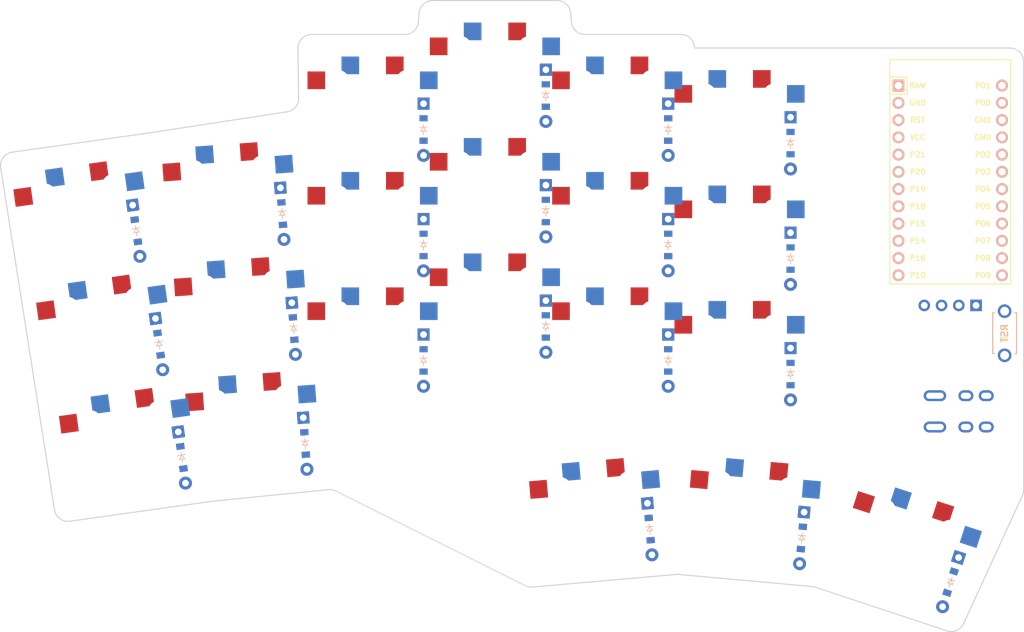
<source format=kicad_pcb>
(kicad_pcb (version 20240108) (generator "ergogen") (generator_version "4.1.0")
  (title_block (title "scorn") (date "2024-09-23") (rev "v1.0.0") (company "fubarphill"))
  (layers (0 "F.Cu" signal) (31 "B.Cu" signal) (34 "B.Paste" user) (35 "F.Paste" user) (36 "B.SilkS" user "B.Silkscreen") (37 "F.SilkS" user "F.Silkscreen") (38 "B.Mask" user) (39 "F.Mask" user) (44 "Edge.Cuts" user))
  (net 0 "")
  (net 1 "outer_bottom")
  (net 2 "outer_home")
  (net 3 "outer_top")
  (net 4 "pinky_bottom")
  (net 5 "pinky_home")
  (net 6 "pinky_top")
  (net 7 "ring_bottom")
  (net 8 "ring_home")
  (net 9 "ring_top")
  (net 10 "middle_bottom")
  (net 11 "middle_home")
  (net 12 "middle_top")
  (net 13 "index_bottom")
  (net 14 "index_home")
  (net 15 "index_top")
  (net 16 "inner_bottom")
  (net 17 "inner_home")
  (net 18 "inner_top")
  (net 19 "inner_cluster")
  (net 20 "mid_cluster")
  (net 21 "outer_cluster")
  (net 22 "RAW")
  (net 23 "GND")
  (net 24 "RST")
  (net 25 "VCC")
  (net 26 "P21")
  (net 27 "P20")
  (net 28 "P19")
  (net 29 "P18")
  (net 30 "P15")
  (net 31 "P14")
  (net 32 "P16")
  (net 33 "P10")
  (net 34 "P1")
  (net 35 "P0")
  (net 36 "P2")
  (net 37 "P3")
  (net 38 "P4")
  (net 39 "P5")
  (net 40 "P6")
  (net 41 "P7")
  (net 42 "P8")
  (net 43 "P9")
  (net 44 "R1")
  (module PG1350 (layer F.Cu) (at 149.0097319 150.1391731 8)
    (fp_text reference "S1" hide)
    (fp_text value "" hide)
    (pad "" np_thru_hole circle (at 0 0) (size 3.429 3.429) (drill 3.429) (layers *.Cu *.Mask))
    (pad "" np_thru_hole circle (at 5.5 0) (size 1.7018 1.7018) (drill 1.7018) (layers *.Cu *.Mask))
    (pad "" np_thru_hole circle (at -5.5 0) (size 1.7018 1.7018) (drill 1.7018) (layers *.Cu *.Mask))
    (pad "" np_thru_hole circle (at 5 -3.75) (size 3 3) (drill 3) (layers *.Cu *.Mask))
    (pad "" np_thru_hole circle (at 0 -5.95) (size 3 3) (drill 3) (layers *.Cu *.Mask))
    (pad 1 smd rect (at -3.275 -5.95 8) (size 2.6 2.6) (layers B.Cu B.Paste B.Mask) (net 0 ""))
    (pad 2 smd rect (at 8.275 -3.75 8) (size 2.6 2.6) (layers B.Cu B.Paste B.Mask) (net 1 "outer_bottom"))
    (pad "" np_thru_hole circle (at -5 -3.75) (size 3 3) (drill 3) (layers *.Cu *.Mask))
    (pad "" np_thru_hole circle (at 0 -5.95) (size 3 3) (drill 3) (layers *.Cu *.Mask))
    (pad 1 smd rect (at 3.275 -5.95 8) (size 2.6 2.6) (layers F.Cu F.Paste F.Mask) (net 0 ""))
    (pad 2 smd rect (at -8.275 -3.75 8) (size 2.6 2.6) (layers F.Cu F.Paste F.Mask) (net 1 "outer_bottom"))
  )
  (module PG1350 (layer F.Cu) (at 145.65352109999998 133.44378899999998 8)
    (fp_text reference "S2" hide)
    (fp_text value "" hide)
    (pad "" np_thru_hole circle (at 0 0) (size 3.429 3.429) (drill 3.429) (layers *.Cu *.Mask))
    (pad "" np_thru_hole circle (at 5.5 0) (size 1.7018 1.7018) (drill 1.7018) (layers *.Cu *.Mask))
    (pad "" np_thru_hole circle (at -5.5 0) (size 1.7018 1.7018) (drill 1.7018) (layers *.Cu *.Mask))
    (pad "" np_thru_hole circle (at 5 -3.75) (size 3 3) (drill 3) (layers *.Cu *.Mask))
    (pad "" np_thru_hole circle (at 0 -5.95) (size 3 3) (drill 3) (layers *.Cu *.Mask))
    (pad 1 smd rect (at -3.275 -5.95 8) (size 2.6 2.6) (layers B.Cu B.Paste B.Mask) (net 0 ""))
    (pad 2 smd rect (at 8.275 -3.75 8) (size 2.6 2.6) (layers B.Cu B.Paste B.Mask) (net 2 "outer_home"))
    (pad "" np_thru_hole circle (at -5 -3.75) (size 3 3) (drill 3) (layers *.Cu *.Mask))
    (pad "" np_thru_hole circle (at 0 -5.95) (size 3 3) (drill 3) (layers *.Cu *.Mask))
    (pad 1 smd rect (at 3.275 -5.95 8) (size 2.6 2.6) (layers F.Cu F.Paste F.Mask) (net 0 ""))
    (pad 2 smd rect (at -8.275 -3.75 8) (size 2.6 2.6) (layers F.Cu F.Paste F.Mask) (net 2 "outer_home"))
  )
  (module PG1350 (layer F.Cu) (at 142.29731029999996 116.74840489999997 8)
    (fp_text reference "S3" hide)
    (fp_text value "" hide)
    (pad "" np_thru_hole circle (at 0 0) (size 3.429 3.429) (drill 3.429) (layers *.Cu *.Mask))
    (pad "" np_thru_hole circle (at 5.5 0) (size 1.7018 1.7018) (drill 1.7018) (layers *.Cu *.Mask))
    (pad "" np_thru_hole circle (at -5.5 0) (size 1.7018 1.7018) (drill 1.7018) (layers *.Cu *.Mask))
    (pad "" np_thru_hole circle (at 5 -3.75) (size 3 3) (drill 3) (layers *.Cu *.Mask))
    (pad "" np_thru_hole circle (at 0 -5.95) (size 3 3) (drill 3) (layers *.Cu *.Mask))
    (pad 1 smd rect (at -3.275 -5.95 8) (size 2.6 2.6) (layers B.Cu B.Paste B.Mask) (net 0 ""))
    (pad 2 smd rect (at 8.275 -3.75 8) (size 2.6 2.6) (layers B.Cu B.Paste B.Mask) (net 3 "outer_top"))
    (pad "" np_thru_hole circle (at -5 -3.75) (size 3 3) (drill 3) (layers *.Cu *.Mask))
    (pad "" np_thru_hole circle (at 0 -5.95) (size 3 3) (drill 3) (layers *.Cu *.Mask))
    (pad 1 smd rect (at 3.275 -5.95 8) (size 2.6 2.6) (layers F.Cu F.Paste F.Mask) (net 0 ""))
    (pad 2 smd rect (at -8.275 -3.75 8) (size 2.6 2.6) (layers F.Cu F.Paste F.Mask) (net 3 "outer_top"))
  )
  (module PG1350 (layer F.Cu) (at 167.3260432 147.5297624 4)
    (fp_text reference "S4" hide)
    (fp_text value "" hide)
    (pad "" np_thru_hole circle (at 0 0) (size 3.429 3.429) (drill 3.429) (layers *.Cu *.Mask))
    (pad "" np_thru_hole circle (at 5.5 0) (size 1.7018 1.7018) (drill 1.7018) (layers *.Cu *.Mask))
    (pad "" np_thru_hole circle (at -5.5 0) (size 1.7018 1.7018) (drill 1.7018) (layers *.Cu *.Mask))
    (pad "" np_thru_hole circle (at 5 -3.75) (size 3 3) (drill 3) (layers *.Cu *.Mask))
    (pad "" np_thru_hole circle (at 0 -5.95) (size 3 3) (drill 3) (layers *.Cu *.Mask))
    (pad 1 smd rect (at -3.275 -5.95 4) (size 2.6 2.6) (layers B.Cu B.Paste B.Mask) (net 0 ""))
    (pad 2 smd rect (at 8.275 -3.75 4) (size 2.6 2.6) (layers B.Cu B.Paste B.Mask) (net 4 "pinky_bottom"))
    (pad "" np_thru_hole circle (at -5 -3.75) (size 3 3) (drill 3) (layers *.Cu *.Mask))
    (pad "" np_thru_hole circle (at 0 -5.95) (size 3 3) (drill 3) (layers *.Cu *.Mask))
    (pad 1 smd rect (at 3.275 -5.95 4) (size 2.6 2.6) (layers F.Cu F.Paste F.Mask) (net 0 ""))
    (pad 2 smd rect (at -8.275 -3.75 4) (size 2.6 2.6) (layers F.Cu F.Paste F.Mask) (net 4 "pinky_bottom"))
  )
  (module PG1350 (layer F.Cu) (at 165.64140109999997 130.60605170000002 4)
    (fp_text reference "S5" hide)
    (fp_text value "" hide)
    (pad "" np_thru_hole circle (at 0 0) (size 3.429 3.429) (drill 3.429) (layers *.Cu *.Mask))
    (pad "" np_thru_hole circle (at 5.5 0) (size 1.7018 1.7018) (drill 1.7018) (layers *.Cu *.Mask))
    (pad "" np_thru_hole circle (at -5.5 0) (size 1.7018 1.7018) (drill 1.7018) (layers *.Cu *.Mask))
    (pad "" np_thru_hole circle (at 5 -3.75) (size 3 3) (drill 3) (layers *.Cu *.Mask))
    (pad "" np_thru_hole circle (at 0 -5.95) (size 3 3) (drill 3) (layers *.Cu *.Mask))
    (pad 1 smd rect (at -3.275 -5.95 4) (size 2.6 2.6) (layers B.Cu B.Paste B.Mask) (net 0 ""))
    (pad 2 smd rect (at 8.275 -3.75 4) (size 2.6 2.6) (layers B.Cu B.Paste B.Mask) (net 5 "pinky_home"))
    (pad "" np_thru_hole circle (at -5 -3.75) (size 3 3) (drill 3) (layers *.Cu *.Mask))
    (pad "" np_thru_hole circle (at 0 -5.95) (size 3 3) (drill 3) (layers *.Cu *.Mask))
    (pad 1 smd rect (at 3.275 -5.95 4) (size 2.6 2.6) (layers F.Cu F.Paste F.Mask) (net 0 ""))
    (pad 2 smd rect (at -8.275 -3.75 4) (size 2.6 2.6) (layers F.Cu F.Paste F.Mask) (net 5 "pinky_home"))
  )
  (module PG1350 (layer F.Cu) (at 163.95675899999995 113.68234100000002 4)
    (fp_text reference "S6" hide)
    (fp_text value "" hide)
    (pad "" np_thru_hole circle (at 0 0) (size 3.429 3.429) (drill 3.429) (layers *.Cu *.Mask))
    (pad "" np_thru_hole circle (at 5.5 0) (size 1.7018 1.7018) (drill 1.7018) (layers *.Cu *.Mask))
    (pad "" np_thru_hole circle (at -5.5 0) (size 1.7018 1.7018) (drill 1.7018) (layers *.Cu *.Mask))
    (pad "" np_thru_hole circle (at 5 -3.75) (size 3 3) (drill 3) (layers *.Cu *.Mask))
    (pad "" np_thru_hole circle (at 0 -5.95) (size 3 3) (drill 3) (layers *.Cu *.Mask))
    (pad 1 smd rect (at -3.275 -5.95 4) (size 2.6 2.6) (layers B.Cu B.Paste B.Mask) (net 0 ""))
    (pad 2 smd rect (at 8.275 -3.75 4) (size 2.6 2.6) (layers B.Cu B.Paste B.Mask) (net 6 "pinky_top"))
    (pad "" np_thru_hole circle (at -5 -3.75) (size 3 3) (drill 3) (layers *.Cu *.Mask))
    (pad "" np_thru_hole circle (at 0 -5.95) (size 3 3) (drill 3) (layers *.Cu *.Mask))
    (pad 1 smd rect (at 3.275 -5.95 4) (size 2.6 2.6) (layers F.Cu F.Paste F.Mask) (net 0 ""))
    (pad 2 smd rect (at -8.275 -3.75 4) (size 2.6 2.6) (layers F.Cu F.Paste F.Mask) (net 6 "pinky_top"))
  )
  (module PG1350 (layer F.Cu) (at 184.9787787 134.7672811 0)
    (fp_text reference "S7" hide)
    (fp_text value "" hide)
    (pad "" np_thru_hole circle (at 0 0) (size 3.429 3.429) (drill 3.429) (layers *.Cu *.Mask))
    (pad "" np_thru_hole circle (at 5.5 0) (size 1.7018 1.7018) (drill 1.7018) (layers *.Cu *.Mask))
    (pad "" np_thru_hole circle (at -5.5 0) (size 1.7018 1.7018) (drill 1.7018) (layers *.Cu *.Mask))
    (pad "" np_thru_hole circle (at 5 -3.75) (size 3 3) (drill 3) (layers *.Cu *.Mask))
    (pad "" np_thru_hole circle (at 0 -5.95) (size 3 3) (drill 3) (layers *.Cu *.Mask))
    (pad 1 smd rect (at -3.275 -5.95 0) (size 2.6 2.6) (layers B.Cu B.Paste B.Mask) (net 0 ""))
    (pad 2 smd rect (at 8.275 -3.75 0) (size 2.6 2.6) (layers B.Cu B.Paste B.Mask) (net 7 "ring_bottom"))
    (pad "" np_thru_hole circle (at -5 -3.75) (size 3 3) (drill 3) (layers *.Cu *.Mask))
    (pad "" np_thru_hole circle (at 0 -5.95) (size 3 3) (drill 3) (layers *.Cu *.Mask))
    (pad 1 smd rect (at 3.275 -5.95 0) (size 2.6 2.6) (layers F.Cu F.Paste F.Mask) (net 0 ""))
    (pad 2 smd rect (at -8.275 -3.75 0) (size 2.6 2.6) (layers F.Cu F.Paste F.Mask) (net 7 "ring_bottom"))
  )
  (module PG1350 (layer F.Cu) (at 184.9787787 117.76728109999999 0)
    (fp_text reference "S8" hide)
    (fp_text value "" hide)
    (pad "" np_thru_hole circle (at 0 0) (size 3.429 3.429) (drill 3.429) (layers *.Cu *.Mask))
    (pad "" np_thru_hole circle (at 5.5 0) (size 1.7018 1.7018) (drill 1.7018) (layers *.Cu *.Mask))
    (pad "" np_thru_hole circle (at -5.5 0) (size 1.7018 1.7018) (drill 1.7018) (layers *.Cu *.Mask))
    (pad "" np_thru_hole circle (at 5 -3.75) (size 3 3) (drill 3) (layers *.Cu *.Mask))
    (pad "" np_thru_hole circle (at 0 -5.95) (size 3 3) (drill 3) (layers *.Cu *.Mask))
    (pad 1 smd rect (at -3.275 -5.95 0) (size 2.6 2.6) (layers B.Cu B.Paste B.Mask) (net 0 ""))
    (pad 2 smd rect (at 8.275 -3.75 0) (size 2.6 2.6) (layers B.Cu B.Paste B.Mask) (net 8 "ring_home"))
    (pad "" np_thru_hole circle (at -5 -3.75) (size 3 3) (drill 3) (layers *.Cu *.Mask))
    (pad "" np_thru_hole circle (at 0 -5.95) (size 3 3) (drill 3) (layers *.Cu *.Mask))
    (pad 1 smd rect (at 3.275 -5.95 0) (size 2.6 2.6) (layers F.Cu F.Paste F.Mask) (net 0 ""))
    (pad 2 smd rect (at -8.275 -3.75 0) (size 2.6 2.6) (layers F.Cu F.Paste F.Mask) (net 8 "ring_home"))
  )
  (module PG1350 (layer F.Cu) (at 184.9787787 100.76728109999999 0)
    (fp_text reference "S9" hide)
    (fp_text value "" hide)
    (pad "" np_thru_hole circle (at 0 0) (size 3.429 3.429) (drill 3.429) (layers *.Cu *.Mask))
    (pad "" np_thru_hole circle (at 5.5 0) (size 1.7018 1.7018) (drill 1.7018) (layers *.Cu *.Mask))
    (pad "" np_thru_hole circle (at -5.5 0) (size 1.7018 1.7018) (drill 1.7018) (layers *.Cu *.Mask))
    (pad "" np_thru_hole circle (at 5 -3.75) (size 3 3) (drill 3) (layers *.Cu *.Mask))
    (pad "" np_thru_hole circle (at 0 -5.95) (size 3 3) (drill 3) (layers *.Cu *.Mask))
    (pad 1 smd rect (at -3.275 -5.95 0) (size 2.6 2.6) (layers B.Cu B.Paste B.Mask) (net 0 ""))
    (pad 2 smd rect (at 8.275 -3.75 0) (size 2.6 2.6) (layers B.Cu B.Paste B.Mask) (net 9 "ring_top"))
    (pad "" np_thru_hole circle (at -5 -3.75) (size 3 3) (drill 3) (layers *.Cu *.Mask))
    (pad "" np_thru_hole circle (at 0 -5.95) (size 3 3) (drill 3) (layers *.Cu *.Mask))
    (pad 1 smd rect (at 3.275 -5.95 0) (size 2.6 2.6) (layers F.Cu F.Paste F.Mask) (net 0 ""))
    (pad 2 smd rect (at -8.275 -3.75 0) (size 2.6 2.6) (layers F.Cu F.Paste F.Mask) (net 9 "ring_top"))
  )
  (module PG1350 (layer F.Cu) (at 202.9787787 129.7672811 0)
    (fp_text reference "S10" hide)
    (fp_text value "" hide)
    (pad "" np_thru_hole circle (at 0 0) (size 3.429 3.429) (drill 3.429) (layers *.Cu *.Mask))
    (pad "" np_thru_hole circle (at 5.5 0) (size 1.7018 1.7018) (drill 1.7018) (layers *.Cu *.Mask))
    (pad "" np_thru_hole circle (at -5.5 0) (size 1.7018 1.7018) (drill 1.7018) (layers *.Cu *.Mask))
    (pad "" np_thru_hole circle (at 5 -3.75) (size 3 3) (drill 3) (layers *.Cu *.Mask))
    (pad "" np_thru_hole circle (at 0 -5.95) (size 3 3) (drill 3) (layers *.Cu *.Mask))
    (pad 1 smd rect (at -3.275 -5.95 0) (size 2.6 2.6) (layers B.Cu B.Paste B.Mask) (net 0 ""))
    (pad 2 smd rect (at 8.275 -3.75 0) (size 2.6 2.6) (layers B.Cu B.Paste B.Mask) (net 10 "middle_bottom"))
    (pad "" np_thru_hole circle (at -5 -3.75) (size 3 3) (drill 3) (layers *.Cu *.Mask))
    (pad "" np_thru_hole circle (at 0 -5.95) (size 3 3) (drill 3) (layers *.Cu *.Mask))
    (pad 1 smd rect (at 3.275 -5.95 0) (size 2.6 2.6) (layers F.Cu F.Paste F.Mask) (net 0 ""))
    (pad 2 smd rect (at -8.275 -3.75 0) (size 2.6 2.6) (layers F.Cu F.Paste F.Mask) (net 10 "middle_bottom"))
  )
  (module PG1350 (layer F.Cu) (at 202.9787787 112.76728109999999 0)
    (fp_text reference "S11" hide)
    (fp_text value "" hide)
    (pad "" np_thru_hole circle (at 0 0) (size 3.429 3.429) (drill 3.429) (layers *.Cu *.Mask))
    (pad "" np_thru_hole circle (at 5.5 0) (size 1.7018 1.7018) (drill 1.7018) (layers *.Cu *.Mask))
    (pad "" np_thru_hole circle (at -5.5 0) (size 1.7018 1.7018) (drill 1.7018) (layers *.Cu *.Mask))
    (pad "" np_thru_hole circle (at 5 -3.75) (size 3 3) (drill 3) (layers *.Cu *.Mask))
    (pad "" np_thru_hole circle (at 0 -5.95) (size 3 3) (drill 3) (layers *.Cu *.Mask))
    (pad 1 smd rect (at -3.275 -5.95 0) (size 2.6 2.6) (layers B.Cu B.Paste B.Mask) (net 0 ""))
    (pad 2 smd rect (at 8.275 -3.75 0) (size 2.6 2.6) (layers B.Cu B.Paste B.Mask) (net 11 "middle_home"))
    (pad "" np_thru_hole circle (at -5 -3.75) (size 3 3) (drill 3) (layers *.Cu *.Mask))
    (pad "" np_thru_hole circle (at 0 -5.95) (size 3 3) (drill 3) (layers *.Cu *.Mask))
    (pad 1 smd rect (at 3.275 -5.95 0) (size 2.6 2.6) (layers F.Cu F.Paste F.Mask) (net 0 ""))
    (pad 2 smd rect (at -8.275 -3.75 0) (size 2.6 2.6) (layers F.Cu F.Paste F.Mask) (net 11 "middle_home"))
  )
  (module PG1350 (layer F.Cu) (at 202.9787787 95.76728109999999 0)
    (fp_text reference "S12" hide)
    (fp_text value "" hide)
    (pad "" np_thru_hole circle (at 0 0) (size 3.429 3.429) (drill 3.429) (layers *.Cu *.Mask))
    (pad "" np_thru_hole circle (at 5.5 0) (size 1.7018 1.7018) (drill 1.7018) (layers *.Cu *.Mask))
    (pad "" np_thru_hole circle (at -5.5 0) (size 1.7018 1.7018) (drill 1.7018) (layers *.Cu *.Mask))
    (pad "" np_thru_hole circle (at 5 -3.75) (size 3 3) (drill 3) (layers *.Cu *.Mask))
    (pad "" np_thru_hole circle (at 0 -5.95) (size 3 3) (drill 3) (layers *.Cu *.Mask))
    (pad 1 smd rect (at -3.275 -5.95 0) (size 2.6 2.6) (layers B.Cu B.Paste B.Mask) (net 0 ""))
    (pad 2 smd rect (at 8.275 -3.75 0) (size 2.6 2.6) (layers B.Cu B.Paste B.Mask) (net 12 "middle_top"))
    (pad "" np_thru_hole circle (at -5 -3.75) (size 3 3) (drill 3) (layers *.Cu *.Mask))
    (pad "" np_thru_hole circle (at 0 -5.95) (size 3 3) (drill 3) (layers *.Cu *.Mask))
    (pad 1 smd rect (at 3.275 -5.95 0) (size 2.6 2.6) (layers F.Cu F.Paste F.Mask) (net 0 ""))
    (pad 2 smd rect (at -8.275 -3.75 0) (size 2.6 2.6) (layers F.Cu F.Paste F.Mask) (net 12 "middle_top"))
  )
  (module PG1350 (layer F.Cu) (at 220.9787787 134.7672811 0)
    (fp_text reference "S13" hide)
    (fp_text value "" hide)
    (pad "" np_thru_hole circle (at 0 0) (size 3.429 3.429) (drill 3.429) (layers *.Cu *.Mask))
    (pad "" np_thru_hole circle (at 5.5 0) (size 1.7018 1.7018) (drill 1.7018) (layers *.Cu *.Mask))
    (pad "" np_thru_hole circle (at -5.5 0) (size 1.7018 1.7018) (drill 1.7018) (layers *.Cu *.Mask))
    (pad "" np_thru_hole circle (at 5 -3.75) (size 3 3) (drill 3) (layers *.Cu *.Mask))
    (pad "" np_thru_hole circle (at 0 -5.95) (size 3 3) (drill 3) (layers *.Cu *.Mask))
    (pad 1 smd rect (at -3.275 -5.95 0) (size 2.6 2.6) (layers B.Cu B.Paste B.Mask) (net 0 ""))
    (pad 2 smd rect (at 8.275 -3.75 0) (size 2.6 2.6) (layers B.Cu B.Paste B.Mask) (net 13 "index_bottom"))
    (pad "" np_thru_hole circle (at -5 -3.75) (size 3 3) (drill 3) (layers *.Cu *.Mask))
    (pad "" np_thru_hole circle (at 0 -5.95) (size 3 3) (drill 3) (layers *.Cu *.Mask))
    (pad 1 smd rect (at 3.275 -5.95 0) (size 2.6 2.6) (layers F.Cu F.Paste F.Mask) (net 0 ""))
    (pad 2 smd rect (at -8.275 -3.75 0) (size 2.6 2.6) (layers F.Cu F.Paste F.Mask) (net 13 "index_bottom"))
  )
  (module PG1350 (layer F.Cu) (at 220.9787787 117.76728109999999 0)
    (fp_text reference "S14" hide)
    (fp_text value "" hide)
    (pad "" np_thru_hole circle (at 0 0) (size 3.429 3.429) (drill 3.429) (layers *.Cu *.Mask))
    (pad "" np_thru_hole circle (at 5.5 0) (size 1.7018 1.7018) (drill 1.7018) (layers *.Cu *.Mask))
    (pad "" np_thru_hole circle (at -5.5 0) (size 1.7018 1.7018) (drill 1.7018) (layers *.Cu *.Mask))
    (pad "" np_thru_hole circle (at 5 -3.75) (size 3 3) (drill 3) (layers *.Cu *.Mask))
    (pad "" np_thru_hole circle (at 0 -5.95) (size 3 3) (drill 3) (layers *.Cu *.Mask))
    (pad 1 smd rect (at -3.275 -5.95 0) (size 2.6 2.6) (layers B.Cu B.Paste B.Mask) (net 0 ""))
    (pad 2 smd rect (at 8.275 -3.75 0) (size 2.6 2.6) (layers B.Cu B.Paste B.Mask) (net 14 "index_home"))
    (pad "" np_thru_hole circle (at -5 -3.75) (size 3 3) (drill 3) (layers *.Cu *.Mask))
    (pad "" np_thru_hole circle (at 0 -5.95) (size 3 3) (drill 3) (layers *.Cu *.Mask))
    (pad 1 smd rect (at 3.275 -5.95 0) (size 2.6 2.6) (layers F.Cu F.Paste F.Mask) (net 0 ""))
    (pad 2 smd rect (at -8.275 -3.75 0) (size 2.6 2.6) (layers F.Cu F.Paste F.Mask) (net 14 "index_home"))
  )
  (module PG1350 (layer F.Cu) (at 220.9787787 100.76728109999999 0)
    (fp_text reference "S15" hide)
    (fp_text value "" hide)
    (pad "" np_thru_hole circle (at 0 0) (size 3.429 3.429) (drill 3.429) (layers *.Cu *.Mask))
    (pad "" np_thru_hole circle (at 5.5 0) (size 1.7018 1.7018) (drill 1.7018) (layers *.Cu *.Mask))
    (pad "" np_thru_hole circle (at -5.5 0) (size 1.7018 1.7018) (drill 1.7018) (layers *.Cu *.Mask))
    (pad "" np_thru_hole circle (at 5 -3.75) (size 3 3) (drill 3) (layers *.Cu *.Mask))
    (pad "" np_thru_hole circle (at 0 -5.95) (size 3 3) (drill 3) (layers *.Cu *.Mask))
    (pad 1 smd rect (at -3.275 -5.95 0) (size 2.6 2.6) (layers B.Cu B.Paste B.Mask) (net 0 ""))
    (pad 2 smd rect (at 8.275 -3.75 0) (size 2.6 2.6) (layers B.Cu B.Paste B.Mask) (net 15 "index_top"))
    (pad "" np_thru_hole circle (at -5 -3.75) (size 3 3) (drill 3) (layers *.Cu *.Mask))
    (pad "" np_thru_hole circle (at 0 -5.95) (size 3 3) (drill 3) (layers *.Cu *.Mask))
    (pad 1 smd rect (at 3.275 -5.95 0) (size 2.6 2.6) (layers F.Cu F.Paste F.Mask) (net 0 ""))
    (pad 2 smd rect (at -8.275 -3.75 0) (size 2.6 2.6) (layers F.Cu F.Paste F.Mask) (net 15 "index_top"))
  )
  (module PG1350 (layer F.Cu) (at 238.9787786 136.7672811 0)
    (fp_text reference "S16" hide)
    (fp_text value "" hide)
    (pad "" np_thru_hole circle (at 0 0) (size 3.429 3.429) (drill 3.429) (layers *.Cu *.Mask))
    (pad "" np_thru_hole circle (at 5.5 0) (size 1.7018 1.7018) (drill 1.7018) (layers *.Cu *.Mask))
    (pad "" np_thru_hole circle (at -5.5 0) (size 1.7018 1.7018) (drill 1.7018) (layers *.Cu *.Mask))
    (pad "" np_thru_hole circle (at 5 -3.75) (size 3 3) (drill 3) (layers *.Cu *.Mask))
    (pad "" np_thru_hole circle (at 0 -5.95) (size 3 3) (drill 3) (layers *.Cu *.Mask))
    (pad 1 smd rect (at -3.275 -5.95 0) (size 2.6 2.6) (layers B.Cu B.Paste B.Mask) (net 0 ""))
    (pad 2 smd rect (at 8.275 -3.75 0) (size 2.6 2.6) (layers B.Cu B.Paste B.Mask) (net 16 "inner_bottom"))
    (pad "" np_thru_hole circle (at -5 -3.75) (size 3 3) (drill 3) (layers *.Cu *.Mask))
    (pad "" np_thru_hole circle (at 0 -5.95) (size 3 3) (drill 3) (layers *.Cu *.Mask))
    (pad 1 smd rect (at 3.275 -5.95 0) (size 2.6 2.6) (layers F.Cu F.Paste F.Mask) (net 0 ""))
    (pad 2 smd rect (at -8.275 -3.75 0) (size 2.6 2.6) (layers F.Cu F.Paste F.Mask) (net 16 "inner_bottom"))
  )
  (module PG1350 (layer F.Cu) (at 238.9787786 119.76728109999999 0)
    (fp_text reference "S17" hide)
    (fp_text value "" hide)
    (pad "" np_thru_hole circle (at 0 0) (size 3.429 3.429) (drill 3.429) (layers *.Cu *.Mask))
    (pad "" np_thru_hole circle (at 5.5 0) (size 1.7018 1.7018) (drill 1.7018) (layers *.Cu *.Mask))
    (pad "" np_thru_hole circle (at -5.5 0) (size 1.7018 1.7018) (drill 1.7018) (layers *.Cu *.Mask))
    (pad "" np_thru_hole circle (at 5 -3.75) (size 3 3) (drill 3) (layers *.Cu *.Mask))
    (pad "" np_thru_hole circle (at 0 -5.95) (size 3 3) (drill 3) (layers *.Cu *.Mask))
    (pad 1 smd rect (at -3.275 -5.95 0) (size 2.6 2.6) (layers B.Cu B.Paste B.Mask) (net 0 ""))
    (pad 2 smd rect (at 8.275 -3.75 0) (size 2.6 2.6) (layers B.Cu B.Paste B.Mask) (net 17 "inner_home"))
    (pad "" np_thru_hole circle (at -5 -3.75) (size 3 3) (drill 3) (layers *.Cu *.Mask))
    (pad "" np_thru_hole circle (at 0 -5.95) (size 3 3) (drill 3) (layers *.Cu *.Mask))
    (pad 1 smd rect (at 3.275 -5.95 0) (size 2.6 2.6) (layers F.Cu F.Paste F.Mask) (net 0 ""))
    (pad 2 smd rect (at -8.275 -3.75 0) (size 2.6 2.6) (layers F.Cu F.Paste F.Mask) (net 17 "inner_home"))
  )
  (module PG1350 (layer F.Cu) (at 238.9787786 102.76728109999999 0)
    (fp_text reference "S18" hide)
    (fp_text value "" hide)
    (pad "" np_thru_hole circle (at 0 0) (size 3.429 3.429) (drill 3.429) (layers *.Cu *.Mask))
    (pad "" np_thru_hole circle (at 5.5 0) (size 1.7018 1.7018) (drill 1.7018) (layers *.Cu *.Mask))
    (pad "" np_thru_hole circle (at -5.5 0) (size 1.7018 1.7018) (drill 1.7018) (layers *.Cu *.Mask))
    (pad "" np_thru_hole circle (at 5 -3.75) (size 3 3) (drill 3) (layers *.Cu *.Mask))
    (pad "" np_thru_hole circle (at 0 -5.95) (size 3 3) (drill 3) (layers *.Cu *.Mask))
    (pad 1 smd rect (at -3.275 -5.95 0) (size 2.6 2.6) (layers B.Cu B.Paste B.Mask) (net 0 ""))
    (pad 2 smd rect (at 8.275 -3.75 0) (size 2.6 2.6) (layers B.Cu B.Paste B.Mask) (net 18 "inner_top"))
    (pad "" np_thru_hole circle (at -5 -3.75) (size 3 3) (drill 3) (layers *.Cu *.Mask))
    (pad "" np_thru_hole circle (at 0 -5.95) (size 3 3) (drill 3) (layers *.Cu *.Mask))
    (pad 1 smd rect (at 3.275 -5.95 0) (size 2.6 2.6) (layers F.Cu F.Paste F.Mask) (net 0 ""))
    (pad 2 smd rect (at -8.275 -3.75 0) (size 2.6 2.6) (layers F.Cu F.Paste F.Mask) (net 18 "inner_top"))
  )
  (module PG1350 (layer F.Cu) (at 217.9787787 160.2672811 5)
    (fp_text reference "S19" hide)
    (fp_text value "" hide)
    (pad "" np_thru_hole circle (at 0 0) (size 3.429 3.429) (drill 3.429) (layers *.Cu *.Mask))
    (pad "" np_thru_hole circle (at 5.5 0) (size 1.7018 1.7018) (drill 1.7018) (layers *.Cu *.Mask))
    (pad "" np_thru_hole circle (at -5.5 0) (size 1.7018 1.7018) (drill 1.7018) (layers *.Cu *.Mask))
    (pad "" np_thru_hole circle (at 5 -3.75) (size 3 3) (drill 3) (layers *.Cu *.Mask))
    (pad "" np_thru_hole circle (at 0 -5.95) (size 3 3) (drill 3) (layers *.Cu *.Mask))
    (pad 1 smd rect (at -3.275 -5.95 5) (size 2.6 2.6) (layers B.Cu B.Paste B.Mask) (net 0 ""))
    (pad 2 smd rect (at 8.275 -3.75 5) (size 2.6 2.6) (layers B.Cu B.Paste B.Mask) (net 19 "inner_cluster"))
    (pad "" np_thru_hole circle (at -5 -3.75) (size 3 3) (drill 3) (layers *.Cu *.Mask))
    (pad "" np_thru_hole circle (at 0 -5.95) (size 3 3) (drill 3) (layers *.Cu *.Mask))
    (pad 1 smd rect (at 3.275 -5.95 5) (size 2.6 2.6) (layers F.Cu F.Paste F.Mask) (net 0 ""))
    (pad 2 smd rect (at -8.275 -3.75 5) (size 2.6 2.6) (layers F.Cu F.Paste F.Mask) (net 19 "inner_cluster"))
  )
  (module PG1350 (layer F.Cu) (at 240.9787787 160.2672811 -5)
    (fp_text reference "S20" hide)
    (fp_text value "" hide)
    (pad "" np_thru_hole circle (at 0 0) (size 3.429 3.429) (drill 3.429) (layers *.Cu *.Mask))
    (pad "" np_thru_hole circle (at 5.5 0) (size 1.7018 1.7018) (drill 1.7018) (layers *.Cu *.Mask))
    (pad "" np_thru_hole circle (at -5.5 0) (size 1.7018 1.7018) (drill 1.7018) (layers *.Cu *.Mask))
    (pad "" np_thru_hole circle (at 5 -3.75) (size 3 3) (drill 3) (layers *.Cu *.Mask))
    (pad "" np_thru_hole circle (at 0 -5.95) (size 3 3) (drill 3) (layers *.Cu *.Mask))
    (pad 1 smd rect (at -3.275 -5.95 -5) (size 2.6 2.6) (layers B.Cu B.Paste B.Mask) (net 0 ""))
    (pad 2 smd rect (at 8.275 -3.75 -5) (size 2.6 2.6) (layers B.Cu B.Paste B.Mask) (net 20 "mid_cluster"))
    (pad "" np_thru_hole circle (at -5 -3.75) (size 3 3) (drill 3) (layers *.Cu *.Mask))
    (pad "" np_thru_hole circle (at 0 -5.95) (size 3 3) (drill 3) (layers *.Cu *.Mask))
    (pad 1 smd rect (at 3.275 -5.95 -5) (size 2.6 2.6) (layers F.Cu F.Paste F.Mask) (net 0 ""))
    (pad 2 smd rect (at -8.275 -3.75 -5) (size 2.6 2.6) (layers F.Cu F.Paste F.Mask) (net 20 "mid_cluster"))
  )
  (module PG1350 (layer F.Cu) (at 263.9787787 165.2672811 -18)
    (fp_text reference "S21" hide)
    (fp_text value "" hide)
    (pad "" np_thru_hole circle (at 0 0) (size 3.429 3.429) (drill 3.429) (layers *.Cu *.Mask))
    (pad "" np_thru_hole circle (at 5.5 0) (size 1.7018 1.7018) (drill 1.7018) (layers *.Cu *.Mask))
    (pad "" np_thru_hole circle (at -5.5 0) (size 1.7018 1.7018) (drill 1.7018) (layers *.Cu *.Mask))
    (pad "" np_thru_hole circle (at 5 -3.75) (size 3 3) (drill 3) (layers *.Cu *.Mask))
    (pad "" np_thru_hole circle (at 0 -5.95) (size 3 3) (drill 3) (layers *.Cu *.Mask))
    (pad 1 smd rect (at -3.275 -5.95 -18) (size 2.6 2.6) (layers B.Cu B.Paste B.Mask) (net 0 ""))
    (pad 2 smd rect (at 8.275 -3.75 -18) (size 2.6 2.6) (layers B.Cu B.Paste B.Mask) (net 21 "outer_cluster"))
    (pad "" np_thru_hole circle (at -5 -3.75) (size 3 3) (drill 3) (layers *.Cu *.Mask))
    (pad "" np_thru_hole circle (at 0 -5.95) (size 3 3) (drill 3) (layers *.Cu *.Mask))
    (pad 1 smd rect (at 3.275 -5.95 -18) (size 2.6 2.6) (layers F.Cu F.Paste F.Mask) (net 0 ""))
    (pad 2 smd rect (at -8.275 -3.75 -18) (size 2.6 2.6) (layers F.Cu F.Paste F.Mask) (net 21 "outer_cluster"))
  )
  (module ComboDiode (layer F.Cu) (at 156.9238483 152.5613131 -82)
    (fp_text reference "D1" hide)
    (fp_text value "" hide)
    (pad 1 smd rect (at -1.65 0 -82) (size 0.9 1.2) (layers F.Cu F.Paste F.Mask) (net 0 ""))
    (pad 2 smd rect (at 1.65 0 -82) (size 0.9 1.2) (layers B.Cu B.Paste B.Mask) (net 1 "outer_bottom"))
    (pad 1 smd rect (at -1.65 0 -82) (size 0.9 1.2) (layers B.Cu B.Paste B.Mask) (net 0 ""))
    (pad 2 smd rect (at 1.65 0 -82) (size 0.9 1.2) (layers F.Cu F.Paste F.Mask) (net 1 "outer_bottom"))
    (pad 1 thru_hole rect (at -3.81 0 -82) (size 1.778 1.778) (drill 0.9906) (layers *.Cu *.Mask) (net 0 ""))
    (pad 2 thru_hole circle (at 3.81 0 -82) (size 1.905 1.905) (drill 0.9906) (layers *.Cu *.Mask) (net 1 "outer_bottom"))
  )
  (module ComboDiode (layer F.Cu) (at 153.5676375 135.865929 -82)
    (fp_text reference "D2" hide)
    (fp_text value "" hide)
    (pad 1 smd rect (at -1.65 0 -82) (size 0.9 1.2) (layers F.Cu F.Paste F.Mask) (net 0 ""))
    (pad 2 smd rect (at 1.65 0 -82) (size 0.9 1.2) (layers B.Cu B.Paste B.Mask) (net 2 "outer_home"))
    (pad 1 smd rect (at -1.65 0 -82) (size 0.9 1.2) (layers B.Cu B.Paste B.Mask) (net 0 ""))
    (pad 2 smd rect (at 1.65 0 -82) (size 0.9 1.2) (layers F.Cu F.Paste F.Mask) (net 2 "outer_home"))
    (pad 1 thru_hole rect (at -3.81 0 -82) (size 1.778 1.778) (drill 0.9906) (layers *.Cu *.Mask) (net 0 ""))
    (pad 2 thru_hole circle (at 3.81 0 -82) (size 1.905 1.905) (drill 0.9906) (layers *.Cu *.Mask) (net 2 "outer_home"))
  )
  (module ComboDiode (layer F.Cu) (at 150.21142669999998 119.17054489999997 -82)
    (fp_text reference "D3" hide)
    (fp_text value "" hide)
    (pad 1 smd rect (at -1.65 0 -82) (size 0.9 1.2) (layers F.Cu F.Paste F.Mask) (net 0 ""))
    (pad 2 smd rect (at 1.65 0 -82) (size 0.9 1.2) (layers B.Cu B.Paste B.Mask) (net 3 "outer_top"))
    (pad 1 smd rect (at -1.65 0 -82) (size 0.9 1.2) (layers B.Cu B.Paste B.Mask) (net 0 ""))
    (pad 2 smd rect (at 1.65 0 -82) (size 0.9 1.2) (layers F.Cu F.Paste F.Mask) (net 3 "outer_top"))
    (pad 1 thru_hole rect (at -3.81 0 -82) (size 1.778 1.778) (drill 0.9906) (layers *.Cu *.Mask) (net 0 ""))
    (pad 2 thru_hole circle (at 3.81 0 -82) (size 1.905 1.905) (drill 0.9906) (layers *.Cu *.Mask) (net 3 "outer_top"))
  )
  (module ComboDiode (layer F.Cu) (at 175.05192119999998 150.498063 -86)
    (fp_text reference "D4" hide)
    (fp_text value "" hide)
    (pad 1 smd rect (at -1.65 0 -86) (size 0.9 1.2) (layers F.Cu F.Paste F.Mask) (net 0 ""))
    (pad 2 smd rect (at 1.65 0 -86) (size 0.9 1.2) (layers B.Cu B.Paste B.Mask) (net 4 "pinky_bottom"))
    (pad 1 smd rect (at -1.65 0 -86) (size 0.9 1.2) (layers B.Cu B.Paste B.Mask) (net 0 ""))
    (pad 2 smd rect (at 1.65 0 -86) (size 0.9 1.2) (layers F.Cu F.Paste F.Mask) (net 4 "pinky_bottom"))
    (pad 1 thru_hole rect (at -3.81 0 -86) (size 1.778 1.778) (drill 0.9906) (layers *.Cu *.Mask) (net 0 ""))
    (pad 2 thru_hole circle (at 3.81 0 -86) (size 1.905 1.905) (drill 0.9906) (layers *.Cu *.Mask) (net 4 "pinky_bottom"))
  )
  (module ComboDiode (layer F.Cu) (at 173.36727909999996 133.57435230000002 -86)
    (fp_text reference "D5" hide)
    (fp_text value "" hide)
    (pad 1 smd rect (at -1.65 0 -86) (size 0.9 1.2) (layers F.Cu F.Paste F.Mask) (net 0 ""))
    (pad 2 smd rect (at 1.65 0 -86) (size 0.9 1.2) (layers B.Cu B.Paste B.Mask) (net 5 "pinky_home"))
    (pad 1 smd rect (at -1.65 0 -86) (size 0.9 1.2) (layers B.Cu B.Paste B.Mask) (net 0 ""))
    (pad 2 smd rect (at 1.65 0 -86) (size 0.9 1.2) (layers F.Cu F.Paste F.Mask) (net 5 "pinky_home"))
    (pad 1 thru_hole rect (at -3.81 0 -86) (size 1.778 1.778) (drill 0.9906) (layers *.Cu *.Mask) (net 0 ""))
    (pad 2 thru_hole circle (at 3.81 0 -86) (size 1.905 1.905) (drill 0.9906) (layers *.Cu *.Mask) (net 5 "pinky_home"))
  )
  (module ComboDiode (layer F.Cu) (at 171.68263699999994 116.65064160000003 -86)
    (fp_text reference "D6" hide)
    (fp_text value "" hide)
    (pad 1 smd rect (at -1.65 0 -86) (size 0.9 1.2) (layers F.Cu F.Paste F.Mask) (net 0 ""))
    (pad 2 smd rect (at 1.65 0 -86) (size 0.9 1.2) (layers B.Cu B.Paste B.Mask) (net 6 "pinky_top"))
    (pad 1 smd rect (at -1.65 0 -86) (size 0.9 1.2) (layers B.Cu B.Paste B.Mask) (net 0 ""))
    (pad 2 smd rect (at 1.65 0 -86) (size 0.9 1.2) (layers F.Cu F.Paste F.Mask) (net 6 "pinky_top"))
    (pad 1 thru_hole rect (at -3.81 0 -86) (size 1.778 1.778) (drill 0.9906) (layers *.Cu *.Mask) (net 0 ""))
    (pad 2 thru_hole circle (at 3.81 0 -86) (size 1.905 1.905) (drill 0.9906) (layers *.Cu *.Mask) (net 6 "pinky_top"))
  )
  (module ComboDiode (layer F.Cu) (at 192.4787787 138.2672811 -90)
    (fp_text reference "D7" hide)
    (fp_text value "" hide)
    (pad 1 smd rect (at -1.65 0 -90) (size 0.9 1.2) (layers F.Cu F.Paste F.Mask) (net 0 ""))
    (pad 2 smd rect (at 1.65 0 -90) (size 0.9 1.2) (layers B.Cu B.Paste B.Mask) (net 7 "ring_bottom"))
    (pad 1 smd rect (at -1.65 0 -90) (size 0.9 1.2) (layers B.Cu B.Paste B.Mask) (net 0 ""))
    (pad 2 smd rect (at 1.65 0 -90) (size 0.9 1.2) (layers F.Cu F.Paste F.Mask) (net 7 "ring_bottom"))
    (pad 1 thru_hole rect (at -3.81 0 -90) (size 1.778 1.778) (drill 0.9906) (layers *.Cu *.Mask) (net 0 ""))
    (pad 2 thru_hole circle (at 3.81 0 -90) (size 1.905 1.905) (drill 0.9906) (layers *.Cu *.Mask) (net 7 "ring_bottom"))
  )
  (module ComboDiode (layer F.Cu) (at 192.4787787 121.26728109999999 -90)
    (fp_text reference "D8" hide)
    (fp_text value "" hide)
    (pad 1 smd rect (at -1.65 0 -90) (size 0.9 1.2) (layers F.Cu F.Paste F.Mask) (net 0 ""))
    (pad 2 smd rect (at 1.65 0 -90) (size 0.9 1.2) (layers B.Cu B.Paste B.Mask) (net 8 "ring_home"))
    (pad 1 smd rect (at -1.65 0 -90) (size 0.9 1.2) (layers B.Cu B.Paste B.Mask) (net 0 ""))
    (pad 2 smd rect (at 1.65 0 -90) (size 0.9 1.2) (layers F.Cu F.Paste F.Mask) (net 8 "ring_home"))
    (pad 1 thru_hole rect (at -3.81 0 -90) (size 1.778 1.778) (drill 0.9906) (layers *.Cu *.Mask) (net 0 ""))
    (pad 2 thru_hole circle (at 3.81 0 -90) (size 1.905 1.905) (drill 0.9906) (layers *.Cu *.Mask) (net 8 "ring_home"))
  )
  (module ComboDiode (layer F.Cu) (at 192.4787787 104.26728109999999 -90)
    (fp_text reference "D9" hide)
    (fp_text value "" hide)
    (pad 1 smd rect (at -1.65 0 -90) (size 0.9 1.2) (layers F.Cu F.Paste F.Mask) (net 0 ""))
    (pad 2 smd rect (at 1.65 0 -90) (size 0.9 1.2) (layers B.Cu B.Paste B.Mask) (net 9 "ring_top"))
    (pad 1 smd rect (at -1.65 0 -90) (size 0.9 1.2) (layers B.Cu B.Paste B.Mask) (net 0 ""))
    (pad 2 smd rect (at 1.65 0 -90) (size 0.9 1.2) (layers F.Cu F.Paste F.Mask) (net 9 "ring_top"))
    (pad 1 thru_hole rect (at -3.81 0 -90) (size 1.778 1.778) (drill 0.9906) (layers *.Cu *.Mask) (net 0 ""))
    (pad 2 thru_hole circle (at 3.81 0 -90) (size 1.905 1.905) (drill 0.9906) (layers *.Cu *.Mask) (net 9 "ring_top"))
  )
  (module ComboDiode (layer F.Cu) (at 210.4787787 133.2672811 -90)
    (fp_text reference "D10" hide)
    (fp_text value "" hide)
    (pad 1 smd rect (at -1.65 0 -90) (size 0.9 1.2) (layers F.Cu F.Paste F.Mask) (net 0 ""))
    (pad 2 smd rect (at 1.65 0 -90) (size 0.9 1.2) (layers B.Cu B.Paste B.Mask) (net 10 "middle_bottom"))
    (pad 1 smd rect (at -1.65 0 -90) (size 0.9 1.2) (layers B.Cu B.Paste B.Mask) (net 0 ""))
    (pad 2 smd rect (at 1.65 0 -90) (size 0.9 1.2) (layers F.Cu F.Paste F.Mask) (net 10 "middle_bottom"))
    (pad 1 thru_hole rect (at -3.81 0 -90) (size 1.778 1.778) (drill 0.9906) (layers *.Cu *.Mask) (net 0 ""))
    (pad 2 thru_hole circle (at 3.81 0 -90) (size 1.905 1.905) (drill 0.9906) (layers *.Cu *.Mask) (net 10 "middle_bottom"))
  )
  (module ComboDiode (layer F.Cu) (at 210.4787787 116.26728109999999 -90)
    (fp_text reference "D11" hide)
    (fp_text value "" hide)
    (pad 1 smd rect (at -1.65 0 -90) (size 0.9 1.2) (layers F.Cu F.Paste F.Mask) (net 0 ""))
    (pad 2 smd rect (at 1.65 0 -90) (size 0.9 1.2) (layers B.Cu B.Paste B.Mask) (net 11 "middle_home"))
    (pad 1 smd rect (at -1.65 0 -90) (size 0.9 1.2) (layers B.Cu B.Paste B.Mask) (net 0 ""))
    (pad 2 smd rect (at 1.65 0 -90) (size 0.9 1.2) (layers F.Cu F.Paste F.Mask) (net 11 "middle_home"))
    (pad 1 thru_hole rect (at -3.81 0 -90) (size 1.778 1.778) (drill 0.9906) (layers *.Cu *.Mask) (net 0 ""))
    (pad 2 thru_hole circle (at 3.81 0 -90) (size 1.905 1.905) (drill 0.9906) (layers *.Cu *.Mask) (net 11 "middle_home"))
  )
  (module ComboDiode (layer F.Cu) (at 210.4787787 99.26728109999999 -90)
    (fp_text reference "D12" hide)
    (fp_text value "" hide)
    (pad 1 smd rect (at -1.65 0 -90) (size 0.9 1.2) (layers F.Cu F.Paste F.Mask) (net 0 ""))
    (pad 2 smd rect (at 1.65 0 -90) (size 0.9 1.2) (layers B.Cu B.Paste B.Mask) (net 12 "middle_top"))
    (pad 1 smd rect (at -1.65 0 -90) (size 0.9 1.2) (layers B.Cu B.Paste B.Mask) (net 0 ""))
    (pad 2 smd rect (at 1.65 0 -90) (size 0.9 1.2) (layers F.Cu F.Paste F.Mask) (net 12 "middle_top"))
    (pad 1 thru_hole rect (at -3.81 0 -90) (size 1.778 1.778) (drill 0.9906) (layers *.Cu *.Mask) (net 0 ""))
    (pad 2 thru_hole circle (at 3.81 0 -90) (size 1.905 1.905) (drill 0.9906) (layers *.Cu *.Mask) (net 12 "middle_top"))
  )
  (module ComboDiode (layer F.Cu) (at 228.4787787 138.2672811 -90)
    (fp_text reference "D13" hide)
    (fp_text value "" hide)
    (pad 1 smd rect (at -1.65 0 -90) (size 0.9 1.2) (layers F.Cu F.Paste F.Mask) (net 0 ""))
    (pad 2 smd rect (at 1.65 0 -90) (size 0.9 1.2) (layers B.Cu B.Paste B.Mask) (net 13 "index_bottom"))
    (pad 1 smd rect (at -1.65 0 -90) (size 0.9 1.2) (layers B.Cu B.Paste B.Mask) (net 0 ""))
    (pad 2 smd rect (at 1.65 0 -90) (size 0.9 1.2) (layers F.Cu F.Paste F.Mask) (net 13 "index_bottom"))
    (pad 1 thru_hole rect (at -3.81 0 -90) (size 1.778 1.778) (drill 0.9906) (layers *.Cu *.Mask) (net 0 ""))
    (pad 2 thru_hole circle (at 3.81 0 -90) (size 1.905 1.905) (drill 0.9906) (layers *.Cu *.Mask) (net 13 "index_bottom"))
  )
  (module ComboDiode (layer F.Cu) (at 228.4787787 121.26728109999999 -90)
    (fp_text reference "D14" hide)
    (fp_text value "" hide)
    (pad 1 smd rect (at -1.65 0 -90) (size 0.9 1.2) (layers F.Cu F.Paste F.Mask) (net 0 ""))
    (pad 2 smd rect (at 1.65 0 -90) (size 0.9 1.2) (layers B.Cu B.Paste B.Mask) (net 14 "index_home"))
    (pad 1 smd rect (at -1.65 0 -90) (size 0.9 1.2) (layers B.Cu B.Paste B.Mask) (net 0 ""))
    (pad 2 smd rect (at 1.65 0 -90) (size 0.9 1.2) (layers F.Cu F.Paste F.Mask) (net 14 "index_home"))
    (pad 1 thru_hole rect (at -3.81 0 -90) (size 1.778 1.778) (drill 0.9906) (layers *.Cu *.Mask) (net 0 ""))
    (pad 2 thru_hole circle (at 3.81 0 -90) (size 1.905 1.905) (drill 0.9906) (layers *.Cu *.Mask) (net 14 "index_home"))
  )
  (module ComboDiode (layer F.Cu) (at 228.4787787 104.26728109999999 -90)
    (fp_text reference "D15" hide)
    (fp_text value "" hide)
    (pad 1 smd rect (at -1.65 0 -90) (size 0.9 1.2) (layers F.Cu F.Paste F.Mask) (net 0 ""))
    (pad 2 smd rect (at 1.65 0 -90) (size 0.9 1.2) (layers B.Cu B.Paste B.Mask) (net 15 "index_top"))
    (pad 1 smd rect (at -1.65 0 -90) (size 0.9 1.2) (layers B.Cu B.Paste B.Mask) (net 0 ""))
    (pad 2 smd rect (at 1.65 0 -90) (size 0.9 1.2) (layers F.Cu F.Paste F.Mask) (net 15 "index_top"))
    (pad 1 thru_hole rect (at -3.81 0 -90) (size 1.778 1.778) (drill 0.9906) (layers *.Cu *.Mask) (net 0 ""))
    (pad 2 thru_hole circle (at 3.81 0 -90) (size 1.905 1.905) (drill 0.9906) (layers *.Cu *.Mask) (net 15 "index_top"))
  )
  (module ComboDiode (layer F.Cu) (at 246.4787786 140.2672811 -90)
    (fp_text reference "D16" hide)
    (fp_text value "" hide)
    (pad 1 smd rect (at -1.65 0 -90) (size 0.9 1.2) (layers F.Cu F.Paste F.Mask) (net 0 ""))
    (pad 2 smd rect (at 1.65 0 -90) (size 0.9 1.2) (layers B.Cu B.Paste B.Mask) (net 16 "inner_bottom"))
    (pad 1 smd rect (at -1.65 0 -90) (size 0.9 1.2) (layers B.Cu B.Paste B.Mask) (net 0 ""))
    (pad 2 smd rect (at 1.65 0 -90) (size 0.9 1.2) (layers F.Cu F.Paste F.Mask) (net 16 "inner_bottom"))
    (pad 1 thru_hole rect (at -3.81 0 -90) (size 1.778 1.778) (drill 0.9906) (layers *.Cu *.Mask) (net 0 ""))
    (pad 2 thru_hole circle (at 3.81 0 -90) (size 1.905 1.905) (drill 0.9906) (layers *.Cu *.Mask) (net 16 "inner_bottom"))
  )
  (module ComboDiode (layer F.Cu) (at 246.4787786 123.26728109999999 -90)
    (fp_text reference "D17" hide)
    (fp_text value "" hide)
    (pad 1 smd rect (at -1.65 0 -90) (size 0.9 1.2) (layers F.Cu F.Paste F.Mask) (net 0 ""))
    (pad 2 smd rect (at 1.65 0 -90) (size 0.9 1.2) (layers B.Cu B.Paste B.Mask) (net 17 "inner_home"))
    (pad 1 smd rect (at -1.65 0 -90) (size 0.9 1.2) (layers B.Cu B.Paste B.Mask) (net 0 ""))
    (pad 2 smd rect (at 1.65 0 -90) (size 0.9 1.2) (layers F.Cu F.Paste F.Mask) (net 17 "inner_home"))
    (pad 1 thru_hole rect (at -3.81 0 -90) (size 1.778 1.778) (drill 0.9906) (layers *.Cu *.Mask) (net 0 ""))
    (pad 2 thru_hole circle (at 3.81 0 -90) (size 1.905 1.905) (drill 0.9906) (layers *.Cu *.Mask) (net 17 "inner_home"))
  )
  (module ComboDiode (layer F.Cu) (at 246.4787786 106.26728109999999 -90)
    (fp_text reference "D18" hide)
    (fp_text value "" hide)
    (pad 1 smd rect (at -1.65 0 -90) (size 0.9 1.2) (layers F.Cu F.Paste F.Mask) (net 0 ""))
    (pad 2 smd rect (at 1.65 0 -90) (size 0.9 1.2) (layers B.Cu B.Paste B.Mask) (net 18 "inner_top"))
    (pad 1 smd rect (at -1.65 0 -90) (size 0.9 1.2) (layers B.Cu B.Paste B.Mask) (net 0 ""))
    (pad 2 smd rect (at 1.65 0 -90) (size 0.9 1.2) (layers F.Cu F.Paste F.Mask) (net 18 "inner_top"))
    (pad 1 thru_hole rect (at -3.81 0 -90) (size 1.778 1.778) (drill 0.9906) (layers *.Cu *.Mask) (net 0 ""))
    (pad 2 thru_hole circle (at 3.81 0 -90) (size 1.905 1.905) (drill 0.9906) (layers *.Cu *.Mask) (net 18 "inner_top"))
  )
  (module ComboDiode (layer F.Cu) (at 225.755284 163.1002945 -85)
    (fp_text reference "D19" hide)
    (fp_text value "" hide)
    (pad 1 smd rect (at -1.65 0 -85) (size 0.9 1.2) (layers F.Cu F.Paste F.Mask) (net 0 ""))
    (pad 2 smd rect (at 1.65 0 -85) (size 0.9 1.2) (layers B.Cu B.Paste B.Mask) (net 19 "inner_cluster"))
    (pad 1 smd rect (at -1.65 0 -85) (size 0.9 1.2) (layers B.Cu B.Paste B.Mask) (net 0 ""))
    (pad 2 smd rect (at 1.65 0 -85) (size 0.9 1.2) (layers F.Cu F.Paste F.Mask) (net 19 "inner_cluster"))
    (pad 1 thru_hole rect (at -3.81 0 -85) (size 1.778 1.778) (drill 0.9906) (layers *.Cu *.Mask) (net 0 ""))
    (pad 2 thru_hole circle (at 3.81 0 -85) (size 1.905 1.905) (drill 0.9906) (layers *.Cu *.Mask) (net 19 "inner_cluster"))
  )
  (module ComboDiode (layer F.Cu) (at 248.1451938 164.4076306 -95)
    (fp_text reference "D20" hide)
    (fp_text value "" hide)
    (pad 1 smd rect (at -1.65 0 -95) (size 0.9 1.2) (layers F.Cu F.Paste F.Mask) (net 0 ""))
    (pad 2 smd rect (at 1.65 0 -95) (size 0.9 1.2) (layers B.Cu B.Paste B.Mask) (net 20 "mid_cluster"))
    (pad 1 smd rect (at -1.65 0 -95) (size 0.9 1.2) (layers B.Cu B.Paste B.Mask) (net 0 ""))
    (pad 2 smd rect (at 1.65 0 -95) (size 0.9 1.2) (layers F.Cu F.Paste F.Mask) (net 20 "mid_cluster"))
    (pad 1 thru_hole rect (at -3.81 0 -95) (size 1.778 1.778) (drill 0.9906) (layers *.Cu *.Mask) (net 0 ""))
    (pad 2 thru_hole circle (at 3.81 0 -95) (size 1.905 1.905) (drill 0.9906) (layers *.Cu *.Mask) (net 20 "mid_cluster"))
  )
  (module ComboDiode (layer F.Cu) (at 270.03014310000003 170.9136064 -108)
    (fp_text reference "D21" hide)
    (fp_text value "" hide)
    (pad 1 smd rect (at -1.65 0 -108) (size 0.9 1.2) (layers F.Cu F.Paste F.Mask) (net 0 ""))
    (pad 2 smd rect (at 1.65 0 -108) (size 0.9 1.2) (layers B.Cu B.Paste B.Mask) (net 21 "outer_cluster"))
    (pad 1 smd rect (at -1.65 0 -108) (size 0.9 1.2) (layers B.Cu B.Paste B.Mask) (net 0 ""))
    (pad 2 smd rect (at 1.65 0 -108) (size 0.9 1.2) (layers F.Cu F.Paste F.Mask) (net 21 "outer_cluster"))
    (pad 1 thru_hole rect (at -3.81 0 -108) (size 1.778 1.778) (drill 0.9906) (layers *.Cu *.Mask) (net 0 ""))
    (pad 2 thru_hole circle (at 3.81 0 -108) (size 1.905 1.905) (drill 0.9906) (layers *.Cu *.Mask) (net 21 "outer_cluster"))
  )
  (module ProMicro (layer F.Cu) (at 269.9787786 111.76728109999999 -90)
    (fp_text reference "MCU1" hide)
    (fp_text value "" hide)
    (fp_text user RAW (at -13.97 4.8 0) (layer F.SilkS) (effects (font (size 0.8 0.8))))
    (fp_text user GND (at -11.43 4.8 0) (layer F.SilkS) (effects (font (size 0.8 0.8))))
    (fp_text user RST (at -8.89 4.8 0) (layer F.SilkS) (effects (font (size 0.8 0.8))))
    (fp_text user VCC (at -6.35 4.8 0) (layer F.SilkS) (effects (font (size 0.8 0.8))))
    (fp_text user P21 (at -3.81 4.8 0) (layer F.SilkS) (effects (font (size 0.8 0.8))))
    (fp_text user P20 (at -1.27 4.8 0) (layer F.SilkS) (effects (font (size 0.8 0.8))))
    (fp_text user P19 (at 1.27 4.8 0) (layer F.SilkS) (effects (font (size 0.8 0.8))))
    (fp_text user P18 (at 3.81 4.8 0) (layer F.SilkS) (effects (font (size 0.8 0.8))))
    (fp_text user P15 (at 6.35 4.8 0) (layer F.SilkS) (effects (font (size 0.8 0.8))))
    (fp_text user P14 (at 8.89 4.8 0) (layer F.SilkS) (effects (font (size 0.8 0.8))))
    (fp_text user P16 (at 11.43 4.8 0) (layer F.SilkS) (effects (font (size 0.8 0.8))))
    (fp_text user P10 (at 13.97 4.8 0) (layer F.SilkS) (effects (font (size 0.8 0.8))))
    (fp_text user P01 (at -13.97 -4.8 0) (layer F.SilkS) (effects (font (size 0.8 0.8))))
    (fp_text user P00 (at -11.43 -4.8 0) (layer F.SilkS) (effects (font (size 0.8 0.8))))
    (fp_text user GND (at -8.89 -4.8 0) (layer F.SilkS) (effects (font (size 0.8 0.8))))
    (fp_text user GND (at -6.35 -4.8 0) (layer F.SilkS) (effects (font (size 0.8 0.8))))
    (fp_text user P02 (at -3.81 -4.8 0) (layer F.SilkS) (effects (font (size 0.8 0.8))))
    (fp_text user P03 (at -1.27 -4.8 0) (layer F.SilkS) (effects (font (size 0.8 0.8))))
    (fp_text user P04 (at 1.27 -4.8 0) (layer F.SilkS) (effects (font (size 0.8 0.8))))
    (fp_text user P05 (at 3.81 -4.8 0) (layer F.SilkS) (effects (font (size 0.8 0.8))))
    (fp_text user P06 (at 6.35 -4.8 0) (layer F.SilkS) (effects (font (size 0.8 0.8))))
    (fp_text user P07 (at 8.89 -4.8 0) (layer F.SilkS) (effects (font (size 0.8 0.8))))
    (fp_text user P08 (at 11.43 -4.8 0) (layer F.SilkS) (effects (font (size 0.8 0.8))))
    (fp_text user P09 (at 13.97 -4.8 0) (layer F.SilkS) (effects (font (size 0.8 0.8))))
    (pad 1 thru_hole rect (at -13.97 7.62 -90) (size 1.7526 1.7526) (drill 1.0922) (layers *.Cu *.SilkS *.Mask) (net 22 "RAW"))
    (pad 2 thru_hole circle (at -11.43 7.62 0) (size 1.7526 1.7526) (drill 1.0922) (layers *.Cu *.SilkS *.Mask) (net 23 "GND"))
    (pad 3 thru_hole circle (at -8.89 7.62 0) (size 1.7526 1.7526) (drill 1.0922) (layers *.Cu *.SilkS *.Mask) (net 24 "RST"))
    (pad 4 thru_hole circle (at -6.35 7.62 0) (size 1.7526 1.7526) (drill 1.0922) (layers *.Cu *.SilkS *.Mask) (net 25 "VCC"))
    (pad 5 thru_hole circle (at -3.81 7.62 0) (size 1.7526 1.7526) (drill 1.0922) (layers *.Cu *.SilkS *.Mask) (net 26 "P21"))
    (pad 6 thru_hole circle (at -1.27 7.62 0) (size 1.7526 1.7526) (drill 1.0922) (layers *.Cu *.SilkS *.Mask) (net 27 "P20"))
    (pad 7 thru_hole circle (at 1.27 7.62 0) (size 1.7526 1.7526) (drill 1.0922) (layers *.Cu *.SilkS *.Mask) (net 28 "P19"))
    (pad 8 thru_hole circle (at 3.81 7.62 0) (size 1.7526 1.7526) (drill 1.0922) (layers *.Cu *.SilkS *.Mask) (net 29 "P18"))
    (pad 9 thru_hole circle (at 6.35 7.62 0) (size 1.7526 1.7526) (drill 1.0922) (layers *.Cu *.SilkS *.Mask) (net 30 "P15"))
    (pad 10 thru_hole circle (at 8.89 7.62 0) (size 1.7526 1.7526) (drill 1.0922) (layers *.Cu *.SilkS *.Mask) (net 31 "P14"))
    (pad 11 thru_hole circle (at 11.43 7.62 0) (size 1.7526 1.7526) (drill 1.0922) (layers *.Cu *.SilkS *.Mask) (net 32 "P16"))
    (pad 12 thru_hole circle (at 13.97 7.62 0) (size 1.7526 1.7526) (drill 1.0922) (layers *.Cu *.SilkS *.Mask) (net 33 "P10"))
    (pad 13 thru_hole circle (at -13.97 -7.62 0) (size 1.7526 1.7526) (drill 1.0922) (layers *.Cu *.SilkS *.Mask) (net 34 "P1"))
    (pad 14 thru_hole circle (at -11.43 -7.62 0) (size 1.7526 1.7526) (drill 1.0922) (layers *.Cu *.SilkS *.Mask) (net 35 "P0"))
    (pad 15 thru_hole circle (at -8.89 -7.62 0) (size 1.7526 1.7526) (drill 1.0922) (layers *.Cu *.SilkS *.Mask) (net 23 "GND"))
    (pad 16 thru_hole circle (at -6.35 -7.62 0) (size 1.7526 1.7526) (drill 1.0922) (layers *.Cu *.SilkS *.Mask) (net 23 "GND"))
    (pad 17 thru_hole circle (at -3.81 -7.62 0) (size 1.7526 1.7526) (drill 1.0922) (layers *.Cu *.SilkS *.Mask) (net 36 "P2"))
    (pad 18 thru_hole circle (at -1.27 -7.62 0) (size 1.7526 1.7526) (drill 1.0922) (layers *.Cu *.SilkS *.Mask) (net 37 "P3"))
    (pad 19 thru_hole circle (at 1.27 -7.62 0) (size 1.7526 1.7526) (drill 1.0922) (layers *.Cu *.SilkS *.Mask) (net 38 "P4"))
    (pad 20 thru_hole circle (at 3.81 -7.62 0) (size 1.7526 1.7526) (drill 1.0922) (layers *.Cu *.SilkS *.Mask) (net 39 "P5"))
    (pad 21 thru_hole circle (at 6.35 -7.62 0) (size 1.7526 1.7526) (drill 1.0922) (layers *.Cu *.SilkS *.Mask) (net 40 "P6"))
    (pad 22 thru_hole circle (at 8.89 -7.62 0) (size 1.7526 1.7526) (drill 1.0922) (layers *.Cu *.SilkS *.Mask) (net 41 "P7"))
    (pad 23 thru_hole circle (at 11.43 -7.62 0) (size 1.7526 1.7526) (drill 1.0922) (layers *.Cu *.SilkS *.Mask) (net 42 "P8"))
    (pad 24 thru_hole circle (at 13.97 -7.62 0) (size 1.7526 1.7526) (drill 1.0922) (layers *.Cu *.SilkS *.Mask) (net 43 "P9"))
  )
  (module lib:OLED_headers (layer F.Cu) (at 263.9787786 131.7672811 90)
    (fp_text reference "OLED1" hide)
    (fp_text value OLED)
    (pad 4 thru_hole oval (at 1.6 2.18 360) (size 1.7 1.7) (drill 1) (layers *.Cu *.Mask) (net 36 "P2"))
    (pad 3 thru_hole oval (at 1.6 4.72 360) (size 1.7 1.7) (drill 1) (layers *.Cu *.Mask) (net 37 "P3"))
    (pad 2 thru_hole oval (at 1.6 7.26 360) (size 1.7 1.7) (drill 1) (layers *.Cu *.Mask) (net 25 "VCC"))
    (pad 1 thru_hole rect (at 1.6 9.8 360) (size 1.7 1.7) (drill 1) (layers *.Cu *.Mask) (net 23 "GND"))
  )
  (footprint "ceoloide:trrs_pj320a (reversible, symmetric)" (layer "F.Cu") (at 278.4787786 145.7672811 -90)
    (property "Reference" "TRRS1" hide)
    (pad "" np_thru_hole circle (at 0 8.6 -90) (size 1.5 1.5) (drill 1.5) (layers "*.Cu" "*.Mask"))
    (pad "" np_thru_hole circle (at 0 1.6 -90) (size 1.5 1.5) (drill 1.5) (layers "*.Cu" "*.Mask"))
    (pad 2 thru_hole oval (at -2.3 3.2 -90) (size 1.6 2.2) (drill oval 0.9 1.5) (layers "*.Cu" "*.Mask") (net 23 "GND"))
    (pad 3 thru_hole oval (at -2.3 6.2 -90) (size 1.6 2.2) (drill oval 0.9 1.5) (layers "*.Cu" "*.Mask") (net 43 "P9"))
    (pad 4 thru_hole oval (at -2.3 10.75 -90) (size 1.6 3.3) (drill oval 0.9 2.6) (layers "*.Cu" "*.Mask") (net 25 "VCC"))
    (pad 2 thru_hole oval (at 2.3 3.2 -90) (size 1.6 2.2) (drill oval 0.9 1.5) (layers "*.Cu" "*.Mask") (net 23 "GND"))
    (pad 3 thru_hole oval (at 2.3 6.2 -90) (size 1.6 2.2) (drill oval 0.9 1.5) (layers "*.Cu" "*.Mask") (net 43 "P9"))
    (pad 4 thru_hole oval (at 2.3 10.75 -90) (size 1.6 3.3) (drill oval 0.9 2.6) (layers "*.Cu" "*.Mask") (net 25 "VCC"))
  )
  (module "ceoloide:reset_switch_tht_top" (layer F.Cu) (at 277.9787786 134.2672811 90)
    (property "Reference" "RST1" hide)
    (fp_text user "RST" (at 0 0 90) (layer "F.SilkS"))
    (fp_text user "RST" (at 0 0 90) (layer "B.SilkS") (effects (justify mirror)))
    (pad "2" thru_hole circle (at -3.25 0 90) (size 2 2) (drill 1.3) (layers "*.Cu" "*.Mask") (net 23 "GND"))
    (pad "1" thru_hole circle (at 3.25 0 90) (size 2 2) (drill 1.3) (layers "*.Cu" "*.Mask") (net 24 "RST"))
  )
  (gr_line (start 280.59655739999994 158.1644133487141) (end 271.943050476054 177.02383620384057) (layer Edge.Cuts) (stroke (width 0.15)))
  (gr_line (start 269.4950271059607 178.0878639137709) (end 250.14530757201842 171.66299570501096) (layer Edge.Cuts) (stroke (width 0.15)))
  (gr_line (start 249.69580519292498 171.56928151412444) (end 230.0295571593478 169.78471920627916) (layer Edge.Cuts) (stroke (width 0.15)))
  (gr_line (start 229.67450356758823 169.78414609841343) (end 208.4988199588319 171.6367783139609) (layer Edge.Cuts) (stroke (width 0.15)))
  (gr_line (start 207.4302233780738 171.43331426526734) (end 179.5493731003281 157.4956535708739) (layer Edge.Cuts) (stroke (width 0.15)))
  (gr_line (start 178.4558071213225 157.29453194077723) (end 161.4036255083118 159.00211547232053) (layer Edge.Cuts) (stroke (width 0.15)))
  (gr_line (start 161.3245601211009 159.01162636046914) (end 140.43719832165047 161.94715359156456) (layer Edge.Cuts) (stroke (width 0.15)))
  (gr_line (start 138.18313523784593 160.27733090497475) (end 130.25888337506115 109.889805593098) (layer Edge.Cuts) (stroke (width 0.15)))
  (gr_line (start 131.95625408642945 107.59855607581378) (end 151.71686141930667 104.82138384461312) (layer Edge.Cuts) (stroke (width 0.15)))
  (gr_line (start 151.74099921813828 104.81784124496366) (end 172.4041770193981 101.65633363665384) (layer Edge.Cuts) (stroke (width 0.15)))
  (gr_line (start 174.10152203434828 99.65318753436623) (end 174.00527552561414 92.29343369999697) (layer Edge.Cuts) (stroke (width 0.15)))
  (gr_line (start 176.00510452561414 90.26728109999999) (end 189.732388868 90.26728109999999) (layer Edge.Cuts) (stroke (width 0.15)))
  (gr_line (start 191.72601946800003 88.42677149999963) (end 191.83153793199997 87.10779070000035) (layer Edge.Cuts) (stroke (width 0.15)))
  (gr_line (start 193.82516853199996 85.26728109999999) (end 212.13238886800002 85.26728109999999) (layer Edge.Cuts) (stroke (width 0.15)))
  (gr_line (start 214.126019468 87.1077906999999) (end 214.23153793200004 88.42677150000009) (layer Edge.Cuts) (stroke (width 0.15)))
  (gr_line (start 216.225168532 90.26728109999999) (end 230.33917077961158 90.26728109999999) (layer Edge.Cuts) (stroke (width 0.15)))
  (gr_line (start 232.3003321796116 91.87504889999991) (end 232.3787786 92.26728109999999) (layer Edge.Cuts) (stroke (width 0.15)))
  (gr_line (start 232.3787786 92.26728109999999) (end 278.7787786 92.26728109999999) (layer Edge.Cuts) (stroke (width 0.15)))
  (gr_line (start 280.7787786 94.26728109999999) (end 280.7787786 157.33033894871403) (layer Edge.Cuts) (stroke (width 0.15)))
  (gr_arc (start 269.495027076054 178.0878639038406) (mid 270.922515776054 178.02399240384062) (end 271.943050476054 177.0238362038406) (layer Edge.Cuts) (stroke (width 0.15)))
  (gr_arc (start 250.14530760192508 171.66299571494116) (mid 249.9232547019251 171.60319601494115) (end 249.69580520192508 171.56928151494114) (layer Edge.Cuts) (stroke (width 0.15)))
  (gr_arc (start 230.02955716834788 169.78471920709586) (mid 229.85204306834788 169.77653810709586) (end 229.6745035683479 169.78414610709586) (layer Edge.Cuts) (stroke (width 0.15)))
  (gr_arc (start 207.43022335807225 171.43331430527851) (mid 207.95042305807226 171.6090925052785) (end 208.49881995807226 171.6367783052785) (layer Edge.Cuts) (stroke (width 0.15)))
  (gr_arc (start 179.5493731203297 157.49565353086277) (mid 179.0168478203297 157.3175685308628) (end 178.4558071203297 157.29453183086278) (layer Edge.Cuts) (stroke (width 0.15)))
  (gr_arc (start 161.403625507319 159.00211546240604) (mid 161.364045507319 159.00647736240603) (end 161.324560107319 159.01162636240605) (layer Edge.Cuts) (stroke (width 0.15)))
  (gr_arc (start 138.18313523543236 160.27733088962765) (mid 138.96832963543238 161.57368198962766) (end 140.43719833543236 161.94715368962764) (layer Edge.Cuts) (stroke (width 0.15)))
  (gr_arc (start 131.9562540726476 107.59855607775091) (mid 130.62753587264757 108.38856967775091) (end 130.2588834726476 109.8898055777509) (layer Edge.Cuts) (stroke (width 0.15)))
  (gr_arc (start 151.71686143308852 104.82138384267621) (mid 151.72893573308855 104.81964934267621) (end 151.74099923308853 104.81784124267622) (layer Edge.Cuts) (stroke (width 0.15)))
  (gr_arc (start 172.4041770343483 101.65633363436643) (mid 173.6275730343483 100.97227863436643) (end 174.1015220343483 99.65318753436642) (layer Edge.Cuts) (stroke (width 0.15)))
  (gr_arc (start 176.00510452561414 90.26728109999749) (mid 174.58167462561414 90.86234429999749) (end 174.00527552561414 92.2934336999975) (layer Edge.Cuts) (stroke (width 0.15)))
  (gr_arc (start 189.732388868 90.26728109999999) (mid 191.089042668 89.73680159999999) (end 191.72601946799998 88.42677149999999) (layer Edge.Cuts) (stroke (width 0.15)))
  (gr_arc (start 193.82516853199996 85.26728110000022) (mid 192.46851473199996 85.79776060000022) (end 191.83153793199997 87.10779070000022) (layer Edge.Cuts) (stroke (width 0.15)))
  (gr_arc (start 214.126019468 87.1077907) (mid 213.48904276800002 85.79776059999999) (end 212.13238886800002 85.26728109999999) (layer Edge.Cuts) (stroke (width 0.15)))
  (gr_arc (start 214.231537932 88.42677150000021) (mid 214.868514632 89.73680160000022) (end 216.225168532 90.26728110000022) (layer Edge.Cuts) (stroke (width 0.15)))
  (gr_arc (start 232.3003321796116 91.8750489) (mid 231.60714867961158 90.7205968) (end 230.33917077961158 90.26728109999999) (layer Edge.Cuts) (stroke (width 0.15)))
  (gr_arc (start 280.7787786 94.26728109999999) (mid 280.1929922 92.8530675) (end 278.7787786 92.26728109999999) (layer Edge.Cuts) (stroke (width 0.15)))
  (gr_arc (start 280.5965574 158.16441334871402) (mid 280.7326923 157.75721264871402) (end 280.7787786 157.33033894871403) (layer Edge.Cuts) (stroke (width 0.15)))
)
</source>
